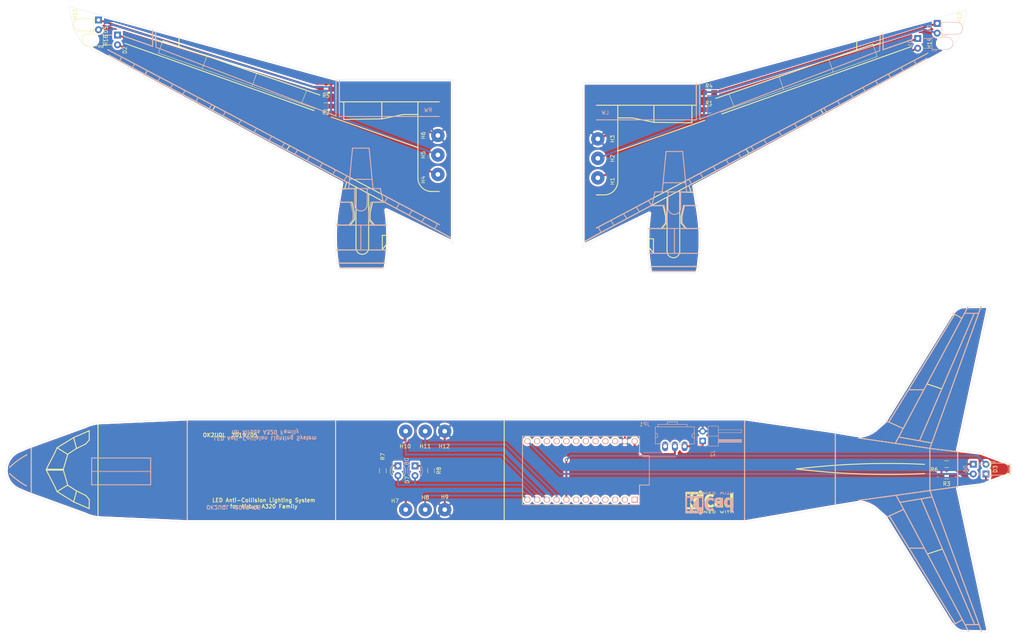
<source format=kicad_pcb>
(kicad_pcb (version 20171130) (host pcbnew "(5.1.0)-1")
  (title_block (title "LED Anti-Collision Lighting System Simulation") (date 2019-05-22) (rev 1) (company OK2UQL))
  (layers (0 F.Cu signal) (31 B.Cu signal) (34 B.Paste user hide) (35 F.Paste user hide) (36 B.SilkS user) (37 F.SilkS user) (38 B.Mask user) (39 F.Mask user) (44 Edge.Cuts user))
  (net 0 "")
  (net 1 "Net-(D1-Pad2)")
  (net 2 "Net-(D1-Pad1)")
  (net 3 "Net-(D2-Pad1)")
  (net 4 "Net-(D3-Pad2)")
  (net 5 "Net-(D3-Pad1)")
  (net 6 "Net-(D4-Pad1)")
  (net 7 "Net-(D4-Pad2)")
  (net 8 "Net-(D5-Pad2)")
  (net 9 "Net-(D5-Pad1)")
  (net 10 "Net-(D6-Pad1)")
  (net 11 "Net-(D6-Pad2)")
  (net 12 "Net-(D7-Pad2)")
  (net 13 "Net-(D7-Pad1)")
  (net 14 "Net-(D8-Pad1)")
  (net 15 GND)
  (net 16 "Net-(U1-Pad1)")
  (net 17 "Net-(U1-Pad2)")
  (net 18 "Net-(U1-Pad3)")
  (net 19 "Net-(U1-Pad4)")
  (net 20 "Net-(U1-Pad5)")
  (net 21 "Net-(U1-Pad6)")
  (net 22 "Net-(U1-Pad7)")
  (net 23 "Net-(U1-Pad14)")
  (net 24 "Net-(U1-Pad15)")
  (net 25 "Net-(U1-Pad16)")
  (net 26 "Net-(U1-Pad17)")
  (net 27 "Net-(U1-Pad18)")
  (net 28 "Net-(U1-Pad19)")
  (net 29 "Net-(U1-Pad20)")
  (net 30 "Net-(U1-Pad21)")
  (net 31 "Net-(U1-Pad22)")
  (net 32 +5V)
  (net 33 "Net-(D2-Pad2)")
  (net 34 "Net-(H3-Pad1)")
  (net 35 "Net-(H6-Pad1)")
  (net 36 "Net-(H10-Pad1)")
  (net 37 "Net-(H8-Pad1)")
  (net 38 "Net-(H11-Pad1)")
  (net 39 "Net-(JP1-Pad2)")
  (module Mounting_Holes:MountingHole_2.5mm (layer F.Cu) (at 298.577 35.433 270)
    (fp_text reference H13 (at -2.667 -2.159 270) (layer F.SilkS))
    (fp_text value MountingHole)
    (pad 1 np_thru_hole circle (at 0 0 270) (size 2.5 2.5) (drill 2.5) (layers *.Cu *.Mask))
  )
  (module LEDs:LED_D3.0mm_Horizontal_O1.27mm_Z2.0mm (layer B.Cu) (at 294.894 34.163 270)
    (fp_text reference D4 (at 1.27 1.96 270) (layer B.SilkS) (effects (justify mirror)))
    (fp_text value POS-RED)
    (pad 1 thru_hole rect (at 0 0 270) (size 1.8 1.8) (drill 0.9) (layers *.Cu *.Mask) (net 6 "Net-(D4-Pad1)"))
    (pad 2 thru_hole circle (at 2.54 0 270) (size 1.8 1.8) (drill 0.9) (layers *.Cu *.Mask) (net 7 "Net-(D4-Pad2)"))
  )
  (module Resistors_SMD:R_0805_HandSoldering (layer F.Cu) (at 235.458 56.642)
    (fp_text reference R1 (at 0 -1.7) (layer F.SilkS))
    (fp_text value 220)
    (pad 1 smd rect (at -1.35 0) (size 1.5 1.3) (layers F.Cu F.Paste F.Mask) (net 34 "Net-(H3-Pad1)"))
    (pad 2 smd rect (at 1.35 0) (size 1.5 1.3) (layers F.Cu F.Paste F.Mask) (net 2 "Net-(D1-Pad1)"))
  )
  (module Resistors_SMD:R_0805_HandSoldering (layer F.Cu) (at 235.458 52.197)
    (fp_text reference R4 (at 0 -1.7) (layer F.SilkS))
    (fp_text value 220)
    (pad 2 smd rect (at 1.35 0) (size 1.5 1.3) (layers F.Cu F.Paste F.Mask) (net 6 "Net-(D4-Pad1)"))
    (pad 1 smd rect (at -1.35 0) (size 1.5 1.3) (layers F.Cu F.Paste F.Mask) (net 34 "Net-(H3-Pad1)"))
  )
  (module Wire_Pads:SolderWirePad_single_1-2mmDrill (layer F.Cu) (at 206.502 74.422 270)
    (fp_text reference H1 (at 0.889 -3.81 270) (layer F.SilkS))
    (fp_text value StrobeWL-in)
    (pad 1 thru_hole circle (at 0 0 270) (size 3.50012 3.50012) (drill 1.19888) (layers *.Cu *.Mask) (net 1 "Net-(D1-Pad2)"))
  )
  (module Wire_Pads:SolderWirePad_single_1-2mmDrill (layer F.Cu) (at 206.502 69.342 270)
    (fp_text reference H2 (at 0 -3.81 270) (layer F.SilkS))
    (fp_text value Pos-Red-in)
    (pad 1 thru_hole circle (at 0 0 270) (size 3.50012 3.50012) (drill 1.19888) (layers *.Cu *.Mask) (net 7 "Net-(D4-Pad2)"))
  )
  (module Wire_Pads:SolderWirePad_single_1-2mmDrill (layer F.Cu) (at 206.502 64.262 270)
    (fp_text reference H3 (at 0 -3.81 270) (layer F.SilkS))
    (fp_text value L-GND-in)
    (pad 1 thru_hole circle (at 0 0 270) (size 3.50012 3.50012) (drill 1.19888) (layers *.Cu *.Mask) (net 34 "Net-(H3-Pad1)"))
  )
  (module LEDs:LED_D3.0mm_Horizontal_O3.81mm_Z2.0mm (layer B.Cu) (at 289.814 38.1 270)
    (fp_text reference D1 (at 1.27 1.96 270) (layer B.SilkS) (effects (justify mirror)))
    (fp_text value STROBEW1)
    (pad 2 thru_hole circle (at 2.54 0 270) (size 1.8 1.8) (drill 0.9) (layers *.Cu *.Mask) (net 1 "Net-(D1-Pad2)"))
    (pad 1 thru_hole rect (at 0 0 270) (size 1.8 1.8) (drill 0.9) (layers *.Cu *.Mask) (net 2 "Net-(D1-Pad1)"))
  )
  (module LEDs:LED_D3.0mm_Horizontal_O3.81mm_Z2.0mm (layer F.Cu) (at 81.407 37.211 270)
    (fp_text reference D2 (at 3.937 -1.905 270) (layer F.SilkS))
    (fp_text value STROBEW2)
    (pad 1 thru_hole rect (at 0 0 270) (size 1.8 1.8) (drill 0.9) (layers *.Cu *.Mask) (net 3 "Net-(D2-Pad1)"))
    (pad 2 thru_hole circle (at 2.54 0 270) (size 1.8 1.8) (drill 0.9) (layers *.Cu *.Mask) (net 33 "Net-(D2-Pad2)"))
  )
  (module LEDs:LED_D3.0mm_Horizontal_O1.27mm_Z2.0mm (layer F.Cu) (at 76.454 33.274 270)
    (fp_text reference D5 (at 2.54 -1.905 270) (layer F.SilkS))
    (fp_text value POS-GREEN)
    (pad 2 thru_hole circle (at 2.54 0 270) (size 1.8 1.8) (drill 0.9) (layers *.Cu *.Mask) (net 8 "Net-(D5-Pad2)"))
    (pad 1 thru_hole rect (at 0 0 270) (size 1.8 1.8) (drill 0.9) (layers *.Cu *.Mask) (net 9 "Net-(D5-Pad1)"))
  )
  (module Resistors_SMD:R_0805_HandSoldering (layer F.Cu) (at 135.716 55.753 180)
    (fp_text reference R2 (at 0 -1.7 180) (layer F.SilkS))
    (fp_text value 220)
    (pad 2 smd rect (at 1.35 0 180) (size 1.5 1.3) (layers F.Cu F.Paste F.Mask) (net 3 "Net-(D2-Pad1)"))
    (pad 1 smd rect (at -1.35 0 180) (size 1.5 1.3) (layers F.Cu F.Paste F.Mask) (net 35 "Net-(H6-Pad1)"))
  )
  (module Resistors_SMD:R_0805_HandSoldering (layer F.Cu) (at 135.716 51.308 180)
    (fp_text reference R5 (at 0 -1.7 180) (layer F.SilkS))
    (fp_text value 220)
    (pad 2 smd rect (at 1.35 0 180) (size 1.5 1.3) (layers F.Cu F.Paste F.Mask) (net 9 "Net-(D5-Pad1)"))
    (pad 1 smd rect (at -1.35 0 180) (size 1.5 1.3) (layers F.Cu F.Paste F.Mask) (net 35 "Net-(H6-Pad1)"))
  )
  (module Wire_Pads:SolderWirePad_single_1-2mmDrill (layer F.Cu) (at 164.846 73.533 90)
    (fp_text reference H4 (at -1.397 -3.81 90) (layer F.SilkS))
    (fp_text value StrobeWR-in)
    (pad 1 thru_hole circle (at 0 0 90) (size 3.50012 3.50012) (drill 1.19888) (layers *.Cu *.Mask) (net 33 "Net-(D2-Pad2)"))
  )
  (module Wire_Pads:SolderWirePad_single_1-2mmDrill (layer F.Cu) (at 164.846 68.453 90)
    (fp_text reference H5 (at 0 -3.81 90) (layer F.SilkS))
    (fp_text value Pos-GREEN-in)
    (pad 1 thru_hole circle (at 0 0 90) (size 3.50012 3.50012) (drill 1.19888) (layers *.Cu *.Mask) (net 8 "Net-(D5-Pad2)"))
  )
  (module Wire_Pads:SolderWirePad_single_1-2mmDrill (layer F.Cu) (at 164.846 63.373 90)
    (fp_text reference H6 (at 0 -3.81 90) (layer F.SilkS))
    (fp_text value R-GND-in)
    (pad 1 thru_hole circle (at 0 0 90) (size 3.50012 3.50012) (drill 1.19888) (layers *.Cu *.Mask) (net 35 "Net-(H6-Pad1)"))
  )
  (module Mounting_Holes:MountingHole_2.5mm (layer F.Cu) (at 72.644 34.544)
    (fp_text reference H15 (at -2.286 -2.794 90) (layer F.SilkS))
    (fp_text value MountingHole)
    (pad 1 np_thru_hole circle (at 0 0) (size 2.5 2.5) (drill 2.5) (layers *.Cu *.Mask))
  )
  (module Mounting_Holes:MountingHole_2.5mm (layer F.Cu) (at 74.93 38.481)
    (fp_text reference H16 (at 3.429 0.127 90) (layer F.SilkS))
    (fp_text value MountingHole)
    (pad 1 np_thru_hole circle (at 0 0) (size 2.5 2.5) (drill 2.5) (layers *.Cu *.Mask))
  )
  (module Mounting_Holes:MountingHole_2.5mm (layer F.Cu) (at 296.291 39.37 270)
    (fp_text reference H14 (at 0 3.429 90) (layer F.SilkS))
    (fp_text value MountingHole)
    (pad 1 np_thru_hole circle (at 0 0 270) (size 2.5 2.5) (drill 2.5) (layers *.Cu *.Mask))
  )
  (module promicro:ON-OFF-SWITH (layer B.Cu) (at 226.568 141.859 180)
    (fp_text reference JP1 (at 7.874 3.175 180) (layer B.SilkS) (effects (justify mirror)))
    (fp_text value Jumper)
    (pad 3 thru_hole oval (at 2.54 -2.54 180) (size 1.524 2.524) (drill 1) (layers *.Cu *.Mask))
    (pad 2 thru_hole oval (at 0 -2.54 180) (size 1.524 2.524) (drill 1) (layers *.Cu *.Mask) (net 39 "Net-(JP1-Pad2)"))
    (pad 1 thru_hole oval (at -2.54 -2.54 180) (size 1.524 2.524) (drill 1) (layers *.Cu *.Mask) (net 32 +5V))
  )
  (module Symbols:KiCad-Logo2_6mm_SilkScreen (layer B.Cu) (at 235.585 159.258)
    (fp_text reference REF*** hide)
    (fp_text value KiCad-Logo2_6mm_SilkScreen hide)
  )
  (module Symbols:KiCad-Logo2_6mm_SilkScreen (layer F.Cu) (at 235.585 158.877)
    (fp_text reference REF*** hide)
    (fp_text value KiCad-Logo2_6mm_SilkScreen hide)
  )
  (module LEDs:LED_D3.0mm_Horizontal_O3.81mm_Z2.0mm (layer B.Cu) (at 304.284 149.069 270)
    (fp_text reference D6 (at 1.27 1.96 270) (layer B.SilkS) (effects (justify mirror)))
    (fp_text value POSTail)
    (pad 2 thru_hole circle (at 2.54 0 270) (size 1.8 1.8) (drill 0.9) (layers *.Cu *.Mask) (net 11 "Net-(D6-Pad2)"))
    (pad 1 thru_hole rect (at 0 0 270) (size 1.8 1.8) (drill 0.9) (layers *.Cu *.Mask) (net 10 "Net-(D6-Pad1)"))
  )
  (module LEDs:LED_D3.0mm_Horizontal_O1.27mm_Z2.0mm (layer F.Cu) (at 307.594 151.609 90)
    (fp_text reference D3 (at 1.27 2.413 90) (layer F.SilkS))
    (fp_text value STROBETail)
    (pad 2 thru_hole circle (at 2.54 0 90) (size 1.8 1.8) (drill 0.9) (layers *.Cu *.Mask) (net 4 "Net-(D3-Pad2)"))
    (pad 1 thru_hole rect (at 0 0 90) (size 1.8 1.8) (drill 0.9) (layers *.Cu *.Mask) (net 5 "Net-(D3-Pad1)"))
  )
  (module LEDs:LED_D3.0mm_FlatTop (layer F.Cu) (at 154.446 149.502 270)
    (fp_text reference D7 (at 3.66 -2.399 270) (layer F.SilkS))
    (fp_text value ANTIC1)
    (pad 2 thru_hole circle (at 2.54 0 270) (size 1.8 1.8) (drill 0.9) (layers *.Cu *.Mask) (net 12 "Net-(D7-Pad2)"))
    (pad 1 thru_hole rect (at 0 0 270) (size 1.8 1.8) (drill 0.9) (layers *.Cu *.Mask) (net 13 "Net-(D7-Pad1)"))
  )
  (module LEDs:LED_D3.0mm_FlatTop (layer B.Cu) (at 158.891 149.502 270)
    (fp_text reference D8 (at -1.166 2.173 270) (layer B.SilkS) (effects (justify mirror)))
    (fp_text value ANTIC2)
    (pad 1 thru_hole rect (at 0 0 270) (size 1.8 1.8) (drill 0.9) (layers *.Cu *.Mask) (net 14 "Net-(D8-Pad1)"))
    (pad 2 thru_hole circle (at 2.54 0 270) (size 1.8 1.8) (drill 0.9) (layers *.Cu *.Mask) (net 12 "Net-(D7-Pad2)"))
  )
  (module Pin_Headers:Pin_Header_Angled_1x02_Pitch2.54mm (layer B.Cu) (at 233.807 143.002)
    (fp_text reference J2 (at 2.667 3.302 270) (layer B.SilkS) (effects (justify mirror)))
    (fp_text value Conn_01x02)
    (pad 2 thru_hole oval (at 0 -2.54) (size 1.7 1.7) (drill 1) (layers *.Cu *.Mask) (net 15 GND))
    (pad 1 thru_hole rect (at 0 0) (size 1.7 1.7) (drill 1) (layers *.Cu *.Mask) (net 32 +5V))
  )
  (module Resistors_SMD:R_0805_HandSoldering (layer F.Cu) (at 297.354 152.019)
    (fp_text reference R3 (at 0 2.159) (layer F.SilkS))
    (fp_text value 220)
    (pad 1 smd rect (at -1.35 0) (size 1.5 1.3) (layers F.Cu F.Paste F.Mask) (net 15 GND))
    (pad 2 smd rect (at 1.35 0) (size 1.5 1.3) (layers F.Cu F.Paste F.Mask) (net 5 "Net-(D3-Pad1)"))
  )
  (module Resistors_SMD:R_0805_HandSoldering (layer F.Cu) (at 297.354 149.049)
    (fp_text reference R6 (at -3.222 1.446) (layer F.SilkS))
    (fp_text value 220)
    (pad 1 smd rect (at -1.35 0) (size 1.5 1.3) (layers F.Cu F.Paste F.Mask) (net 15 GND))
    (pad 2 smd rect (at 1.35 0) (size 1.5 1.3) (layers F.Cu F.Paste F.Mask) (net 10 "Net-(D6-Pad1)"))
  )
  (module Resistors_SMD:R_0805_HandSoldering (layer F.Cu) (at 150.495 150.749 90)
    (fp_text reference R7 (at 3.683 0 90) (layer F.SilkS))
    (fp_text value 220)
    (pad 2 smd rect (at 1.35 0 90) (size 1.5 1.3) (layers F.Cu F.Paste F.Mask) (net 13 "Net-(D7-Pad1)"))
    (pad 1 smd rect (at -1.35 0 90) (size 1.5 1.3) (layers F.Cu F.Paste F.Mask) (net 15 GND))
  )
  (module Resistors_SMD:R_0805_HandSoldering (layer F.Cu) (at 163.068 150.749 90)
    (fp_text reference R8 (at 0 2.032 90) (layer F.SilkS))
    (fp_text value 220)
    (pad 1 smd rect (at -1.35 0 90) (size 1.5 1.3) (layers F.Cu F.Paste F.Mask) (net 15 GND))
    (pad 2 smd rect (at 1.35 0 90) (size 1.5 1.3) (layers F.Cu F.Paste F.Mask) (net 14 "Net-(D8-Pad1)"))
  )
  (module promicro:ProMicro (layer B.Cu) (at 202.1205 150.6855 180)
    (fp_text reference U1 hide)
    (fp_text value ProMicro)
    (pad 1 thru_hole rect (at -13.97 -7.62 180) (size 1.6 1.6) (drill 1.1) (layers *.Cu *.Mask B.SilkS) (net 16 "Net-(U1-Pad1)"))
    (pad 2 thru_hole circle (at -11.43 -7.62 180) (size 1.6 1.6) (drill 1.1) (layers *.Cu *.Mask B.SilkS) (net 17 "Net-(U1-Pad2)"))
    (pad 3 thru_hole circle (at -8.89 -7.62 180) (size 1.6 1.6) (drill 1.1) (layers *.Cu *.Mask B.SilkS) (net 18 "Net-(U1-Pad3)"))
    (pad 4 thru_hole circle (at -6.35 -7.62 180) (size 1.6 1.6) (drill 1.1) (layers *.Cu *.Mask B.SilkS) (net 19 "Net-(U1-Pad4)"))
    (pad 5 thru_hole circle (at -3.81 -7.62 180) (size 1.6 1.6) (drill 1.1) (layers *.Cu *.Mask B.SilkS) (net 20 "Net-(U1-Pad5)"))
    (pad 6 thru_hole circle (at -1.27 -7.62 180) (size 1.6 1.6) (drill 1.1) (layers *.Cu *.Mask B.SilkS) (net 21 "Net-(U1-Pad6)"))
    (pad 7 thru_hole circle (at 1.27 -7.62 180) (size 1.6 1.6) (drill 1.1) (layers *.Cu *.Mask B.SilkS) (net 22 "Net-(U1-Pad7)"))
    (pad 8 thru_hole circle (at 3.81 -7.62 180) (size 1.6 1.6) (drill 1.1) (layers *.Cu *.Mask B.SilkS) (net 4 "Net-(D3-Pad2)"))
    (pad 9 thru_hole circle (at 6.35 -7.62 180) (size 1.6 1.6) (drill 1.1) (layers *.Cu *.Mask B.SilkS) (net 38 "Net-(H11-Pad1)"))
    (pad 10 thru_hole circle (at 8.89 -7.62 180) (size 1.6 1.6) (drill 1.1) (layers *.Cu *.Mask B.SilkS) (net 36 "Net-(H10-Pad1)"))
    (pad 11 thru_hole circle (at 11.43 -7.62 180) (size 1.6 1.6) (drill 1.1) (layers *.Cu *.Mask B.SilkS) (net 12 "Net-(D7-Pad2)"))
    (pad 12 thru_hole circle (at 13.97 -7.62 180) (size 1.6 1.6) (drill 1.1) (layers *.Cu *.Mask B.SilkS) (net 37 "Net-(H8-Pad1)"))
    (pad 13 thru_hole circle (at 13.97 7.62 180) (size 1.6 1.6) (drill 1.1) (layers *.Cu *.Mask B.SilkS) (net 11 "Net-(D6-Pad2)"))
    (pad 14 thru_hole circle (at 11.43 7.62 180) (size 1.6 1.6) (drill 1.1) (layers *.Cu *.Mask B.SilkS) (net 23 "Net-(U1-Pad14)"))
    (pad 15 thru_hole circle (at 8.89 7.62 180) (size 1.6 1.6) (drill 1.1) (layers *.Cu *.Mask B.SilkS) (net 24 "Net-(U1-Pad15)"))
    (pad 16 thru_hole circle (at 6.35 7.62 180) (size 1.6 1.6) (drill 1.1) (layers *.Cu *.Mask B.SilkS) (net 25 "Net-(U1-Pad16)"))
    (pad 17 thru_hole circle (at 3.81 7.62 180) (size 1.6 1.6) (drill 1.1) (layers *.Cu *.Mask B.SilkS) (net 26 "Net-(U1-Pad17)"))
    (pad 18 thru_hole circle (at 1.27 7.62 180) (size 1.6 1.6) (drill 1.1) (layers *.Cu *.Mask B.SilkS) (net 27 "Net-(U1-Pad18)"))
    (pad 19 thru_hole circle (at -1.27 7.62 180) (size 1.6 1.6) (drill 1.1) (layers *.Cu *.Mask B.SilkS) (net 28 "Net-(U1-Pad19)"))
    (pad 20 thru_hole circle (at -3.81 7.62 180) (size 1.6 1.6) (drill 1.1) (layers *.Cu *.Mask B.SilkS) (net 29 "Net-(U1-Pad20)"))
    (pad 21 thru_hole circle (at -6.35 7.62 180) (size 1.6 1.6) (drill 1.1) (layers *.Cu *.Mask B.SilkS) (net 30 "Net-(U1-Pad21)"))
    (pad 22 thru_hole circle (at -8.89 7.62 180) (size 1.6 1.6) (drill 1.1) (layers *.Cu *.Mask B.SilkS) (net 31 "Net-(U1-Pad22)"))
    (pad 23 thru_hole circle (at -11.43 7.62 180) (size 1.6 1.6) (drill 1.1) (layers *.Cu *.Mask B.SilkS) (net 15 GND))
    (pad 24 thru_hole circle (at -13.97 7.62 180) (size 1.6 1.6) (drill 1.1) (layers *.Cu *.Mask B.SilkS) (net 39 "Net-(JP1-Pad2)"))
  )
  (module Wire_Pads:SolderWirePad_single_1-2mmDrill (layer F.Cu) (at 156.464 160.909)
    (fp_text reference H7 (at -2.794 -2.286) (layer F.SilkS))
    (fp_text value StrobeWL-out)
    (pad 1 thru_hole circle (at 0 0) (size 3.50012 3.50012) (drill 1.19888) (layers *.Cu *.Mask) (net 36 "Net-(H10-Pad1)"))
  )
  (module Wire_Pads:SolderWirePad_single_1-2mmDrill (layer F.Cu) (at 161.544 160.909)
    (fp_text reference H8 (at 0 -3.175) (layer F.SilkS))
    (fp_text value Pos-Red-out)
    (pad 1 thru_hole circle (at 0 0) (size 3.50012 3.50012) (drill 1.19888) (layers *.Cu *.Mask) (net 37 "Net-(H8-Pad1)"))
  )
  (module Wire_Pads:SolderWirePad_single_1-2mmDrill (layer F.Cu) (at 166.624 160.909)
    (fp_text reference H9 (at 0 -3.302) (layer F.SilkS))
    (fp_text value L-GND-out)
    (pad 1 thru_hole circle (at 0 0) (size 3.50012 3.50012) (drill 1.19888) (layers *.Cu *.Mask) (net 15 GND))
  )
  (module Wire_Pads:SolderWirePad_single_1-2mmDrill (layer F.Cu) (at 156.464 140.462)
    (fp_text reference H10 (at -0.127 3.937) (layer F.SilkS))
    (fp_text value StrobeWR-out)
    (pad 1 thru_hole circle (at 0 0) (size 3.50012 3.50012) (drill 1.19888) (layers *.Cu *.Mask) (net 36 "Net-(H10-Pad1)"))
  )
  (module Wire_Pads:SolderWirePad_single_1-2mmDrill (layer F.Cu) (at 161.544 140.462)
    (fp_text reference H11 (at 0 3.937) (layer F.SilkS))
    (fp_text value Pos-GREEN-out)
    (pad 1 thru_hole circle (at 0 0) (size 3.50012 3.50012) (drill 1.19888) (layers *.Cu *.Mask) (net 38 "Net-(H11-Pad1)"))
  )
  (module Wire_Pads:SolderWirePad_single_1-2mmDrill (layer F.Cu) (at 166.624 140.462)
    (fp_text reference H12 (at -0.127 3.937) (layer F.SilkS))
    (fp_text value R-GND-out)
    (pad 1 thru_hole circle (at 0 0) (size 3.50012 3.50012) (drill 1.19888) (layers *.Cu *.Mask) (net 15 GND))
  )
  (gr_line (start 146.812 78.613) (end 146.812 92.71) (layer F.SilkS) (width 0.25))
  (gr_line (start 138.811 96.647) (end 151.13 96.647) (layer F.SilkS) (width 0.25))
  (gr_line (start 150.622 97.917) (end 139.319 97.917) (layer F.SilkS) (width 0.25))
  (gr_line (start 140.589 77.216) (end 141.097 75.565) (layer F.SilkS) (width 0.25))
  (gr_line (start 139.7 77.343) (end 143.51 77.216) (layer F.SilkS) (width 0.25))
  (gr_line (start 143.51 86.741) (end 138.43 86.741) (layer F.SilkS) (width 0.25))
  (gr_line (start 151.511 86.741) (end 146.812 86.741) (layer F.SilkS) (width 0.25))
  (gr_line (start 82.423 43.053) (end 82.042 43.815) (layer B.SilkS) (width 0.25))
  (gr_line (start 85.852 44.704) (end 85.344 45.593) (layer B.SilkS) (width 0.25))
  (gr_line (start 141.097 74.041) (end 140.462 75.057) (layer B.SilkS) (width 0.25))
  (gr_line (start 164.719 86.36) (end 164.084 87.63) (layer B.SilkS) (width 0.25))
  (gr_line (start 161.417 84.709) (end 160.655 85.852) (layer B.SilkS) (width 0.25))
  (gr_line (start 158.115 82.931) (end 157.353 84.074) (layer B.SilkS) (width 0.25))
  (gr_line (start 138.176 72.39) (end 137.541 73.406) (layer B.SilkS) (width 0.25))
  (gr_line (start 134.747 70.612) (end 134.112 71.628) (layer B.SilkS) (width 0.25))
  (gr_line (start 131.445 68.834) (end 130.81 69.85) (layer B.SilkS) (width 0.25))
  (gr_line (start 128.27 67.183) (end 127.635 68.199) (layer B.SilkS) (width 0.25))
  (gr_line (start 124.841 65.405) (end 124.206 66.421) (layer B.SilkS) (width 0.25))
  (gr_line (start 121.539 63.627) (end 120.904 64.643) (layer B.SilkS) (width 0.25))
  (gr_line (start 117.602 61.595) (end 116.967 62.611) (layer B.SilkS) (width 0.25))
  (gr_line (start 113.538 59.436) (end 113.03 60.325) (layer B.SilkS) (width 0.25))
  (gr_line (start 109.474 57.277) (end 108.966 58.166) (layer B.SilkS) (width 0.25))
  (gr_line (start 102.362 53.5305) (end 101.854 54.4195) (layer B.SilkS) (width 0.25))
  (gr_line (start 98.933 51.7525) (end 98.425 52.6415) (layer B.SilkS) (width 0.25))
  (gr_line (start 95.758 50.038) (end 95.25 50.927) (layer B.SilkS) (width 0.25))
  (gr_line (start 92.456 48.26) (end 91.948 49.149) (layer B.SilkS) (width 0.25))
  (gr_line (start 138.303 54.229) (end 138.303 58.293) (layer B.SilkS) (width 0.25))
  (gr_line (start 91.313 36.322) (end 91.44 40.386) (layer B.SilkS) (width 0.25))
  (gr_line (start 105.918 55.372) (end 105.283 56.388) (layer B.SilkS) (width 0.25))
  (gr_line (start 90.551 40.132) (end 82.931 37.465) (layer B.SilkS) (width 0.25))
  (gr_line (start 165.227 88.392) (end 168.148 90.043) (layer B.SilkS) (width 0.25))
  (gr_line (start 89.154 46.482) (end 88.646 47.371) (layer B.SilkS) (width 0.25))
  (gr_line (start 139.192 58.42) (end 165.227 58.42) (layer B.SilkS) (width 0.25))
  (gr_line (start 139.192 49.022) (end 139.192 58.42) (layer B.SilkS) (width 0.25))
  (gr_line (start 138.303 58.293) (end 91.44 40.386) (layer B.SilkS) (width 0.25))
  (gr_line (start 90.551 35.941) (end 90.551 40.132) (layer B.SilkS) (width 0.25))
  (gr_line (start 138.303 49.022) (end 138.303 54.229) (layer B.SilkS) (width 0.25))
  (gr_line (start 97.409 40.132) (end 97.409 37.846) (layer F.SilkS) (width 0.25))
  (gr_line (start 93.091 38.989) (end 93.218 38.735) (layer F.SilkS) (width 0.25))
  (gr_line (start 93.091 38.989) (end 92.964 39.37) (layer F.SilkS) (width 0.12))
  (gr_line (start 91.313 38.354) (end 93.091 38.989) (layer F.SilkS) (width 0.25))
  (gr_line (start 106.807 55.753) (end 106.172 56.769) (layer F.SilkS) (width 0.25))
  (gr_line (start 126.238 66.04) (end 125.476 67.183) (layer F.SilkS) (width 0.25))
  (gr_line (start 89.154 46.482) (end 88.646 47.371) (layer F.SilkS) (width 0.25))
  (gr_line (start 138.303 49.022) (end 138.303 54.229) (layer F.SilkS) (width 0.25))
  (gr_line (start 91.313 36.322) (end 91.313 38.354) (layer F.SilkS) (width 0.25))
  (gr_line (start 130.683 51.689) (end 129.286 55.118) (layer F.SilkS) (width 0.12))
  (gr_line (start 117.602 47.244) (end 116.459 50.546) (layer F.SilkS) (width 0.12))
  (gr_line (start 104.648 42.799) (end 103.505 45.974) (layer F.SilkS) (width 0.12))
  (gr_line (start 92.075 41.91) (end 132.842 56.388) (layer F.SilkS) (width 0.12))
  (gr_line (start 90.551 35.941) (end 90.551 40.132) (layer F.SilkS) (width 0.25))
  (gr_line (start 90.551 40.132) (end 82.931 37.465) (layer F.SilkS) (width 0.25))
  (gr_line (start 93.218 38.735) (end 134.112 52.832) (layer F.SilkS) (width 0.25))
  (gr_line (start 92.075 41.91) (end 92.964 39.37) (layer F.SilkS) (width 0.12))
  (gr_line (start 165.227 88.392) (end 168.148 90.043) (layer F.SilkS) (width 0.25))
  (gr_line (start 79.121 42.418) (end 165.227 88.392) (layer F.SilkS) (width 0.25))
  (gr_line (start 132.588 56.896) (end 83.312 39.37) (layer F.SilkS) (width 0.25))
  (gr_line (start 159.639 66.548) (end 137.033 58.547) (layer F.SilkS) (width 0.25))
  (gr_line (start 78.867 41.021) (end 165.227 86.614) (layer F.SilkS) (width 0.25))
  (gr_line (start 155.829 57.912) (end 159.639 57.912) (layer F.SilkS) (width 0.25))
  (gr_line (start 150.241 59.055) (end 155.829 57.912) (layer F.SilkS) (width 0.25))
  (gr_line (start 150.241 59.055) (end 150.241 54.737) (layer F.SilkS) (width 0.25))
  (gr_line (start 140.335 59.182) (end 150.241 59.055) (layer F.SilkS) (width 0.25))
  (gr_line (start 140.335 54.61) (end 140.335 59.182) (layer F.SilkS) (width 0.25))
  (gr_line (start 163.195 77.978) (end 165.227 77.978) (layer F.SilkS) (width 0.25))
  (gr_arc (start 163.195 74.422) (end 159.639 74.422) (angle -90) (layer F.SilkS) (width 0.25))
  (gr_line (start 159.639 54.61) (end 159.639 74.422) (layer F.SilkS) (width 0.25))
  (gr_line (start 139.192 54.61) (end 165.227 54.61) (layer F.SilkS) (width 0.25))
  (gr_line (start 139.192 49.022) (end 139.192 54.61) (layer F.SilkS) (width 0.25))
  (gr_line (start 151.392571 82.807136) (end 168.161028 90.982963) (layer Edge.Cuts) (width 0.05))
  (gr_line (start 72.726001 39.757999) (end 139.726 75.758) (layer Edge.Cuts) (width 0.05))
  (gr_line (start 138.559428 82.807137) (end 139.726 75.758) (layer Edge.Cuts) (width 0.05))
  (gr_line (start 139.726 98.376033) (end 150.226 98.376033) (layer Edge.Cuts) (width 0.05))
  (gr_arc (start 150.226 97.258) (end 151.225999 97.757999) (angle 63.43494882) (layer Edge.Cuts) (width 0.05))
  (gr_arc (start 139.726 97.258) (end 138.726001 97.757999) (angle -63.43494882) (layer Edge.Cuts) (width 0.05))
  (gr_arc (start 185.725999 89.758001) (end 138.726 97.758) (angle 18.04314156) (layer Edge.Cuts) (width 0.05))
  (gr_arc (start 104.226 89.758) (end 151.225999 97.757999) (angle -18.04314156) (layer Edge.Cuts) (width 0.05))
  (gr_arc (start 167.226 92.258) (end 168.725999 91.758001) (angle -35.31121344) (layer Edge.Cuts) (width 0.05))
  (gr_line (start 168.726 48.758) (end 168.726 91.758) (layer Edge.Cuts) (width 0.05))
  (gr_line (start 168.726 48.758) (end 138.726 48.758) (layer Edge.Cuts) (width 0.05))
  (gr_line (start 138.726 48.758) (end 68.726 29.758) (layer Edge.Cuts) (width 0.05))
  (gr_arc (start 83.726 29.758) (end 72.726001 39.757999) (angle 21.11242919) (layer Edge.Cuts) (width 0.05))
  (gr_line (start 69.86238 35.124563) (end 68.726 29.758) (layer Edge.Cuts) (width 0.05))
  (gr_text LW (at 208.407 57.404) (layer B.SilkS) (effects (font (size 1 1)) (justify mirror)))
  (gr_text RW (at 162.306 56.769) (layer B.SilkS) (effects (font (size 1 1)) (justify mirror)))
  (gr_line (start 223.52 75.692) (end 229.362 75.692) (layer B.SilkS) (width 0.25))
  (gr_line (start 219.71 80.391) (end 220.472 81.534) (layer B.SilkS) (width 0.25))
  (gr_line (start 216.535 82.042) (end 217.297 83.185) (layer B.SilkS) (width 0.25))
  (gr_line (start 224.282 67.564) (end 223.266 78.105) (layer B.SilkS) (width 0.25))
  (gr_line (start 226.441 67.564) (end 224.282 67.564) (layer B.SilkS) (width 0.25))
  (gr_line (start 228.6 67.564) (end 229.616 78.105) (layer B.SilkS) (width 0.25))
  (gr_line (start 226.441 67.564) (end 228.6 67.564) (layer B.SilkS) (width 0.25))
  (gr_line (start 221.361 78.105) (end 220.599 81.661) (layer B.SilkS) (width 0.25))
  (gr_line (start 228.092 82.296) (end 228.092 78.105) (layer B.SilkS) (width 0.25))
  (gr_line (start 224.79 82.296) (end 224.79 78.105) (layer B.SilkS) (width 0.25))
  (gr_line (start 231.267 78.105) (end 221.361 78.105) (layer B.SilkS) (width 0.25))
  (gr_line (start 226.441 87.63) (end 226.441 94.107) (layer B.SilkS) (width 0.25))
  (gr_line (start 229.362 75.184) (end 292.481 41.91) (layer B.SilkS) (width 0.25))
  (gr_line (start 206.121 87.503) (end 220.98 79.629) (layer B.SilkS) (width 0.25))
  (gr_line (start 229.489 76.835) (end 292.227 43.307) (layer B.SilkS) (width 0.25))
  (gr_line (start 203.2 90.932) (end 220.599 81.534) (layer B.SilkS) (width 0.25))
  (gr_line (start 229.108 81.661) (end 228.473 84.455) (layer B.SilkS) (width 0.25))
  (gr_line (start 232.156 81.661) (end 229.108 81.661) (layer B.SilkS) (width 0.25))
  (gr_line (start 224.409 86.233) (end 223.266 87.63) (layer B.SilkS) (width 0.25))
  (gr_line (start 224.409 84.455) (end 224.409 86.233) (layer B.SilkS) (width 0.25))
  (gr_line (start 223.774 81.661) (end 224.409 84.455) (layer B.SilkS) (width 0.25))
  (gr_line (start 220.599 81.661) (end 223.774 81.661) (layer B.SilkS) (width 0.25))
  (gr_line (start 228.473 86.233) (end 229.616 87.63) (layer B.SilkS) (width 0.25))
  (gr_line (start 228.473 84.455) (end 228.473 86.233) (layer B.SilkS) (width 0.25))
  (gr_line (start 228.219 94.107) (end 219.837 94.107) (layer B.SilkS) (width 0.25))
  (gr_line (start 232.791 94.107) (end 228.092 94.107) (layer B.SilkS) (width 0.25))
  (gr_arc (start 226.441 82.296) (end 228.092 82.296) (angle 180) (layer B.SilkS) (width 0.25))
  (gr_line (start 220.218 97.536) (end 232.41 97.536) (layer B.SilkS) (width 0.25))
  (gr_line (start 231.902 98.806) (end 220.599 98.806) (layer B.SilkS) (width 0.25))
  (gr_line (start 229.743 87.63) (end 219.71 87.63) (layer B.SilkS) (width 0.25))
  (gr_line (start 232.918 87.63) (end 229.616 87.63) (layer B.SilkS) (width 0.25))
  (gr_line (start 220.98 90.297) (end 220.98 93.98) (layer F.SilkS) (width 0.25))
  (gr_line (start 219.837 90.297) (end 220.98 90.297) (layer F.SilkS) (width 0.25))
  (gr_line (start 219.837 92.583) (end 219.837 90.297) (layer F.SilkS) (width 0.25))
  (gr_line (start 220.98 93.98) (end 219.837 92.583) (layer F.SilkS) (width 0.25))
  (gr_line (start 224.155 86.233) (end 223.012 87.63) (layer F.SilkS) (width 0.25))
  (gr_line (start 224.155 84.455) (end 224.155 86.233) (layer F.SilkS) (width 0.25))
  (gr_line (start 223.52 81.661) (end 224.155 84.455) (layer F.SilkS) (width 0.25))
  (gr_line (start 220.345 81.661) (end 223.52 81.661) (layer F.SilkS) (width 0.25))
  (gr_line (start 228.219 86.233) (end 229.362 87.63) (layer F.SilkS) (width 0.25))
  (gr_line (start 228.219 84.455) (end 228.219 86.233) (layer F.SilkS) (width 0.25))
  (gr_line (start 228.854 81.661) (end 228.219 84.455) (layer F.SilkS) (width 0.25))
  (gr_line (start 232.029 81.661) (end 228.854 81.661) (layer F.SilkS) (width 0.25))
  (gr_line (start 230.759 78.105) (end 230.251 76.454) (layer F.SilkS) (width 0.25))
  (gr_line (start 231.521 78.232) (end 227.838 78.105) (layer F.SilkS) (width 0.25))
  (gr_line (start 227.838 87.63) (end 232.918 87.63) (layer F.SilkS) (width 0.25))
  (gr_line (start 219.71 87.63) (end 224.536 87.63) (layer F.SilkS) (width 0.25))
  (gr_line (start 227.838 94.107) (end 232.791 94.107) (layer F.SilkS) (width 0.25))
  (gr_line (start 219.837 94.107) (end 224.536 94.107) (layer F.SilkS) (width 0.25))
  (gr_arc (start 226.187 93.599) (end 224.536 93.599) (angle -180) (layer F.SilkS) (width 0.25))
  (gr_line (start 227.838 77.724) (end 227.838 93.599) (layer F.SilkS) (width 0.25))
  (gr_line (start 224.536 79.502) (end 224.536 93.599) (layer F.SilkS) (width 0.25))
  (gr_line (start 232.41 97.536) (end 220.218 97.536) (layer F.SilkS) (width 0.25))
  (gr_line (start 220.726 98.806) (end 232.029 98.806) (layer F.SilkS) (width 0.25))
  (gr_line (start 282.194 47.371) (end 282.702 48.26) (layer B.SilkS) (width 0.25))
  (gr_line (start 232.156 59.309) (end 206.121 59.309) (layer B.SilkS) (width 0.25))
  (gr_line (start 232.156 49.911) (end 232.156 59.309) (layer B.SilkS) (width 0.25))
  (gr_line (start 233.045 59.182) (end 279.908 41.275) (layer B.SilkS) (width 0.25))
  (gr_line (start 280.797 36.83) (end 280.797 41.021) (layer B.SilkS) (width 0.25))
  (gr_line (start 233.045 49.911) (end 233.045 55.118) (layer B.SilkS) (width 0.25))
  (gr_line (start 288.925 43.942) (end 289.306 44.704) (layer B.SilkS) (width 0.25))
  (gr_line (start 285.496 45.593) (end 286.004 46.482) (layer B.SilkS) (width 0.25))
  (gr_line (start 230.251 74.93) (end 230.886 75.946) (layer B.SilkS) (width 0.25))
  (gr_line (start 206.629 87.249) (end 207.264 88.519) (layer B.SilkS) (width 0.25))
  (gr_line (start 209.931 85.598) (end 210.693 86.741) (layer B.SilkS) (width 0.25))
  (gr_line (start 213.233 83.82) (end 213.995 84.963) (layer B.SilkS) (width 0.25))
  (gr_line (start 233.172 73.279) (end 233.807 74.295) (layer B.SilkS) (width 0.25))
  (gr_line (start 236.601 71.501) (end 237.236 72.517) (layer B.SilkS) (width 0.25))
  (gr_line (start 239.903 69.723) (end 240.538 70.739) (layer B.SilkS) (width 0.25))
  (gr_line (start 243.078 68.072) (end 243.713 69.088) (layer B.SilkS) (width 0.25))
  (gr_line (start 246.507 66.294) (end 247.142 67.31) (layer B.SilkS) (width 0.25))
  (gr_line (start 249.809 64.516) (end 250.444 65.532) (layer B.SilkS) (width 0.25))
  (gr_line (start 253.746 62.484) (end 254.381 63.5) (layer B.SilkS) (width 0.25))
  (gr_line (start 257.81 60.325) (end 258.318 61.214) (layer B.SilkS) (width 0.25))
  (gr_line (start 261.874 58.166) (end 262.382 59.055) (layer B.SilkS) (width 0.25))
  (gr_line (start 268.986 54.4195) (end 269.494 55.3085) (layer B.SilkS) (width 0.25))
  (gr_line (start 272.415 52.6415) (end 272.923 53.5305) (layer B.SilkS) (width 0.25))
  (gr_line (start 275.59 50.927) (end 276.098 51.816) (layer B.SilkS) (width 0.25))
  (gr_line (start 278.892 49.149) (end 279.4 50.038) (layer B.SilkS) (width 0.25))
  (gr_line (start 233.045 55.118) (end 233.045 59.182) (layer B.SilkS) (width 0.25))
  (gr_line (start 280.035 37.211) (end 279.908 41.275) (layer B.SilkS) (width 0.25))
  (gr_line (start 265.43 56.261) (end 266.065 57.277) (layer B.SilkS) (width 0.25))
  (gr_line (start 280.797 41.021) (end 288.417 38.354) (layer B.SilkS) (width 0.25))
  (gr_line (start 292.481 41.91) (end 206.121 87.503) (layer F.SilkS) (width 0.25))
  (gr_line (start 206.121 89.281) (end 203.2 90.932) (layer F.SilkS) (width 0.25))
  (gr_line (start 245.11 66.929) (end 245.872 68.072) (layer F.SilkS) (width 0.25))
  (gr_line (start 282.194 47.371) (end 282.702 48.26) (layer F.SilkS) (width 0.25))
  (gr_line (start 280.035 39.243) (end 278.257 39.878) (layer F.SilkS) (width 0.25))
  (gr_line (start 278.257 39.878) (end 278.384 40.259) (layer F.SilkS) (width 0.12))
  (gr_line (start 273.939 41.021) (end 273.939 38.735) (layer F.SilkS) (width 0.25))
  (gr_line (start 232.156 55.499) (end 206.121 55.499) (layer F.SilkS) (width 0.25))
  (gr_line (start 232.156 49.911) (end 232.156 55.499) (layer F.SilkS) (width 0.25))
  (gr_line (start 278.257 39.878) (end 278.13 39.624) (layer F.SilkS) (width 0.25))
  (gr_line (start 292.227 43.307) (end 206.121 89.281) (layer F.SilkS) (width 0.25))
  (gr_line (start 238.76 57.785) (end 288.036 40.259) (layer F.SilkS) (width 0.25))
  (gr_arc (start 208.153 75.311) (end 211.709 75.311) (angle 90) (layer F.SilkS) (width 0.25))
  (gr_line (start 211.709 55.499) (end 211.709 75.311) (layer F.SilkS) (width 0.25))
  (gr_line (start 280.797 36.83) (end 280.797 41.021) (layer F.SilkS) (width 0.25))
  (gr_line (start 278.13 39.624) (end 237.236 53.721) (layer F.SilkS) (width 0.25))
  (gr_line (start 279.273 42.799) (end 278.384 40.259) (layer F.SilkS) (width 0.12))
  (gr_line (start 231.013 60.071) (end 221.107 59.944) (layer F.SilkS) (width 0.25))
  (gr_line (start 231.013 55.499) (end 231.013 60.071) (layer F.SilkS) (width 0.25))
  (gr_line (start 208.153 78.867) (end 206.121 78.867) (layer F.SilkS) (width 0.25))
  (gr_line (start 215.519 58.801) (end 211.709 58.801) (layer F.SilkS) (width 0.25))
  (gr_line (start 233.045 49.911) (end 233.045 55.118) (layer F.SilkS) (width 0.25))
  (gr_line (start 221.107 59.944) (end 215.519 58.801) (layer F.SilkS) (width 0.25))
  (gr_line (start 221.107 59.944) (end 221.107 55.626) (layer F.SilkS) (width 0.25))
  (gr_line (start 280.035 37.211) (end 280.035 39.243) (layer F.SilkS) (width 0.25))
  (gr_line (start 240.665 52.578) (end 242.062 56.007) (layer F.SilkS) (width 0.12))
  (gr_line (start 253.746 48.133) (end 254.889 51.435) (layer F.SilkS) (width 0.12))
  (gr_line (start 264.541 56.642) (end 265.176 57.658) (layer F.SilkS) (width 0.25))
  (gr_line (start 280.797 41.021) (end 288.417 38.354) (layer F.SilkS) (width 0.25))
  (gr_line (start 266.7 43.688) (end 267.843 46.863) (layer F.SilkS) (width 0.12))
  (gr_line (start 279.273 42.799) (end 238.506 57.277) (layer F.SilkS) (width 0.12))
  (gr_line (start 211.709 67.437) (end 234.315 59.436) (layer F.SilkS) (width 0.25))
  (gr_line (start 219.909429 83.688136) (end 203.140972 91.863963) (layer Edge.Cuts) (width 0.05))
  (gr_line (start 298.575999 40.638999) (end 231.576 76.639) (layer Edge.Cuts) (width 0.05))
  (gr_arc (start 267.076 90.639) (end 220.076001 98.638999) (angle 18.04314156) (layer Edge.Cuts) (width 0.05))
  (gr_arc (start 185.576001 90.639001) (end 232.576 98.639) (angle -18.04314156) (layer Edge.Cuts) (width 0.05))
  (gr_arc (start 231.576 98.139) (end 232.575999 98.638999) (angle 63.43494882) (layer Edge.Cuts) (width 0.05))
  (gr_arc (start 221.076 98.139) (end 220.076001 98.638999) (angle -63.43494882) (layer Edge.Cuts) (width 0.05))
  (gr_line (start 231.576 99.257033) (end 221.076 99.257033) (layer Edge.Cuts) (width 0.05))
  (gr_line (start 232.742572 83.688137) (end 231.576 76.639) (layer Edge.Cuts) (width 0.05))
  (gr_arc (start 204.076 93.139) (end 202.576001 92.639001) (angle 35.31121344) (layer Edge.Cuts) (width 0.05))
  (gr_line (start 202.576 49.639) (end 202.576 92.639) (layer Edge.Cuts) (width 0.05))
  (gr_line (start 202.576 49.639) (end 232.576 49.639) (layer Edge.Cuts) (width 0.05))
  (gr_line (start 232.576 49.639) (end 302.576 30.639) (layer Edge.Cuts) (width 0.05))
  (gr_arc (start 287.576 30.639) (end 298.575999 40.638999) (angle -21.11242919) (layer Edge.Cuts) (width 0.05))
  (gr_line (start 301.43962 36.005563) (end 302.576 30.639) (layer Edge.Cuts) (width 0.05))
  (gr_line (start 151.765 79.502) (end 151.003 80.645) (layer B.SilkS) (width 0.25))
  (gr_line (start 154.813 81.153) (end 154.051 82.296) (layer B.SilkS) (width 0.25))
  (gr_line (start 165.227 86.614) (end 150.241 78.74) (layer B.SilkS) (width 0.25))
  (gr_line (start 78.867 41.021) (end 141.859 74.295) (layer B.SilkS) (width 0.25))
  (gr_line (start 150.749 80.645) (end 150.622 80.518) (layer B.SilkS) (width 0.25))
  (gr_line (start 141.478 75.692) (end 141.732 75.819) (layer B.SilkS) (width 0.25))
  (gr_line (start 150.495 80.518) (end 150.622 80.645) (layer B.SilkS) (width 0.12))
  (gr_line (start 165.227 88.392) (end 150.749 80.645) (layer B.SilkS) (width 0.25))
  (gr_line (start 79.121 42.418) (end 141.478 75.692) (layer B.SilkS) (width 0.25))
  (gr_line (start 146.939 66.675) (end 147.955 77.216) (layer B.SilkS) (width 0.25))
  (gr_line (start 144.78 66.675) (end 146.939 66.675) (layer B.SilkS) (width 0.25))
  (gr_line (start 142.621 66.675) (end 141.605 77.216) (layer B.SilkS) (width 0.25))
  (gr_line (start 144.78 66.675) (end 142.621 66.675) (layer B.SilkS) (width 0.25))
  (gr_line (start 149.86 77.216) (end 150.622 80.772) (layer B.SilkS) (width 0.25))
  (gr_line (start 143.129 81.407) (end 143.129 77.216) (layer B.SilkS) (width 0.25))
  (gr_line (start 146.431 81.407) (end 146.431 77.216) (layer B.SilkS) (width 0.25))
  (gr_line (start 139.827 77.216) (end 149.86 77.216) (layer B.SilkS) (width 0.25))
  (gr_line (start 144.78 86.741) (end 144.78 93.218) (layer B.SilkS) (width 0.25))
  (gr_line (start 139.319 97.917) (end 150.622 97.917) (layer B.SilkS) (width 0.25))
  (gr_line (start 141.478 86.741) (end 151.511 86.741) (layer B.SilkS) (width 0.25))
  (gr_line (start 138.43 86.741) (end 141.605 86.741) (layer B.SilkS) (width 0.25))
  (gr_line (start 151.003 96.647) (end 138.811 96.647) (layer B.SilkS) (width 0.25))
  (gr_arc (start 144.78 81.407) (end 143.129 81.407) (angle -180) (layer B.SilkS) (width 0.25))
  (gr_line (start 138.43 93.218) (end 143.129 93.218) (layer B.SilkS) (width 0.25))
  (gr_line (start 143.002 93.218) (end 151.384 93.218) (layer B.SilkS) (width 0.25))
  (gr_line (start 142.748 83.566) (end 142.748 85.344) (layer B.SilkS) (width 0.25))
  (gr_line (start 142.748 85.344) (end 141.605 86.741) (layer B.SilkS) (width 0.25))
  (gr_line (start 150.622 80.772) (end 147.447 80.772) (layer B.SilkS) (width 0.25))
  (gr_line (start 147.447 80.772) (end 146.812 83.566) (layer B.SilkS) (width 0.25))
  (gr_line (start 146.812 83.566) (end 146.812 85.344) (layer B.SilkS) (width 0.25))
  (gr_line (start 146.812 85.344) (end 147.955 86.741) (layer B.SilkS) (width 0.25))
  (gr_line (start 139.192 80.772) (end 142.113 80.772) (layer B.SilkS) (width 0.25))
  (gr_line (start 142.113 80.772) (end 142.748 83.566) (layer B.SilkS) (width 0.25))
  (gr_line (start 147.701 74.803) (end 141.859 74.803) (layer B.SilkS) (width 0.25))
  (gr_line (start 147.828 80.772) (end 147.193 83.566) (layer F.SilkS) (width 0.25))
  (gr_line (start 150.876 80.772) (end 147.828 80.772) (layer F.SilkS) (width 0.25))
  (gr_line (start 143.129 85.344) (end 141.986 86.741) (layer F.SilkS) (width 0.25))
  (gr_line (start 143.129 83.566) (end 143.129 85.344) (layer F.SilkS) (width 0.25))
  (gr_line (start 142.494 80.772) (end 143.129 83.566) (layer F.SilkS) (width 0.25))
  (gr_line (start 139.192 80.772) (end 142.494 80.772) (layer F.SilkS) (width 0.25))
  (gr_line (start 151.511 91.694) (end 151.511 89.408) (layer F.SilkS) (width 0.25))
  (gr_line (start 150.368 93.091) (end 151.511 91.694) (layer F.SilkS) (width 0.25))
  (gr_line (start 151.511 89.408) (end 150.368 89.408) (layer F.SilkS) (width 0.25))
  (gr_line (start 150.368 89.408) (end 150.368 93.091) (layer F.SilkS) (width 0.25))
  (gr_line (start 147.193 85.344) (end 148.336 86.741) (layer F.SilkS) (width 0.25))
  (gr_line (start 147.193 83.566) (end 147.193 85.344) (layer F.SilkS) (width 0.25))
  (gr_line (start 143.51 93.218) (end 138.43 93.218) (layer F.SilkS) (width 0.25))
  (gr_line (start 151.511 93.218) (end 146.812 93.218) (layer F.SilkS) (width 0.25))
  (gr_arc (start 145.161 92.71) (end 146.812 92.71) (angle 180) (layer F.SilkS) (width 0.25))
  (gr_line (start 143.51 76.835) (end 143.51 92.71) (layer F.SilkS) (width 0.25))
  (gr_text "OK2UQL  2019/05" (at 111.633 160.274 180) (layer B.SilkS) (effects (font (size 1 1) (thickness 0.2)) (justify mirror)))
  (gr_text "LED Anti-Collision Lighting System\nfor Airbus A320 Family" (at 119.888 141.478 180) (layer B.SilkS) (effects (font (size 1 1) (thickness 0.2)) (justify mirror)))
  (gr_text "LED Anti-Collision Lighting System\nfor Airbus A320 Family" (at 119.507 159.258) (layer F.SilkS) (effects (font (size 1 1) (thickness 0.2))))
  (gr_text "OK2UQL  2019/05" (at 110.744 141.478) (layer F.SilkS) (effects (font (size 1 1) (thickness 0.2))))
  (gr_line (start 90.043 151.003) (end 74.676 151.003) (layer B.SilkS) (width 0.12))
  (gr_line (start 74.676 151.003) (end 74.676 154.432) (layer B.SilkS) (width 0.25))
  (gr_line (start 90.043 154.432) (end 90.043 151.003) (layer B.SilkS) (width 0.25))
  (gr_line (start 74.676 154.432) (end 86.614 154.432) (layer B.SilkS) (width 0.25))
  (gr_line (start 86.614 154.432) (end 90.043 154.432) (layer B.SilkS) (width 0.25))
  (gr_line (start 74.676 147.447) (end 74.676 150.876) (layer B.SilkS) (width 0.25))
  (gr_line (start 90.043 147.447) (end 74.676 147.447) (layer B.SilkS) (width 0.25))
  (gr_line (start 90.043 150.876) (end 90.043 147.447) (layer B.SilkS) (width 0.25))
  (gr_line (start 86.614 150.876) (end 90.043 150.876) (layer B.SilkS) (width 0.12))
  (gr_line (start 74.676 150.876) (end 86.614 150.876) (layer B.SilkS) (width 0.12))
  (gr_line (start 99.568 137.795) (end 99.568 163.576) (layer B.SilkS) (width 0.25))
  (gr_line (start 58.928 144.907) (end 58.928 156.591) (layer B.SilkS) (width 0.25))
  (gr_arc (start 66.675 137.922) (end 53.340001 151.510999) (angle -16.2) (layer B.SilkS) (width 0.25))
  (gr_arc (start 66.674999 163.448999) (end 53.34 149.86) (angle 16.7) (layer B.SilkS) (width 0.25))
  (gr_line (start 244.729 137.795) (end 244.729 163.576) (layer B.SilkS) (width 0.25))
  (gr_line (start 313.817 149.098) (end 313.817 151.638) (layer B.SilkS) (width 0.25))
  (gr_line (start 292.989 144.907) (end 292.989 155.829) (layer B.SilkS) (width 0.25))
  (gr_line (start 300.228 145.796) (end 300.228 154.94) (layer B.SilkS) (width 0.25))
  (gr_line (start 293.624 145.034) (end 300.228 145.796) (layer B.SilkS) (width 0.25))
  (gr_line (start 274.447 158.496) (end 300.228 154.94) (layer B.SilkS) (width 0.25))
  (gr_line (start 274.447 142.24) (end 293.624 145.034) (layer B.SilkS) (width 0.25))
  (gr_line (start 268.351 141.224) (end 268.351 159.512) (layer B.SilkS) (width 0.25))
  (gr_line (start 299.212 190.881) (end 301.371 189.611) (layer B.SilkS) (width 0.25))
  (gr_line (start 304.673 190.881) (end 290.703 158.115) (layer B.SilkS) (width 0.25))
  (gr_line (start 302.133 190.881) (end 305.689 190.881) (layer B.SilkS) (width 0.25))
  (gr_line (start 306.451 192.659) (end 292.989 155.956) (layer B.SilkS) (width 0.25))
  (gr_line (start 303.022 192.532) (end 284.226 157.226) (layer B.SilkS) (width 0.25))
  (gr_line (start 285.242 159.004) (end 293.497 157.607) (layer B.SilkS) (width 0.25))
  (gr_line (start 287.655 170.942) (end 291.465 170.942) (layer B.SilkS) (width 0.25))
  (gr_line (start 282.448 162.56) (end 299.593 190.627) (layer B.SilkS) (width 0.25))
  (gr_line (start 281.813 162.814) (end 286.004 160.909) (layer B.SilkS) (width 0.25))
  (gr_line (start 299.085 109.728) (end 301.244 110.998) (layer B.SilkS) (width 0.25))
  (gr_line (start 304.546 109.728) (end 290.322 142.875) (layer B.SilkS) (width 0.25))
  (gr_line (start 302.006 109.728) (end 305.562 109.728) (layer B.SilkS) (width 0.25))
  (gr_line (start 306.324 107.95) (end 292.989 144.907) (layer B.SilkS) (width 0.25))
  (gr_line (start 302.895 108.077) (end 283.972 143.637) (layer B.SilkS) (width 0.25))
  (gr_line (start 284.861 141.986) (end 293.37 143.51) (layer B.SilkS) (width 0.25))
  (gr_line (start 287.528 129.667) (end 291.338 129.667) (layer B.SilkS) (width 0.25))
  (gr_line (start 282.321 138.049) (end 299.466 109.982) (layer B.SilkS) (width 0.25))
  (gr_line (start 281.686 137.795) (end 285.877 139.7) (layer B.SilkS) (width 0.25))
  (gr_arc (start 282.093416 348.423694) (end 258.217417 150.303695) (angle 9.6) (layer F.SilkS) (width 0.25))
  (gr_arc (start 282.093416 -47.816304) (end 258.217417 150.303695) (angle -9.6) (layer F.SilkS) (width 0.25))
  (gr_line (start 292.989 144.907) (end 292.989 155.829) (layer F.SilkS) (width 0.25))
  (gr_line (start 299.212 190.881) (end 301.371 189.611) (layer F.SilkS) (width 0.25))
  (gr_line (start 304.673 190.881) (end 290.703 158.115) (layer F.SilkS) (width 0.25))
  (gr_line (start 302.133 190.881) (end 305.689 190.881) (layer F.SilkS) (width 0.25))
  (gr_line (start 306.451 192.659) (end 292.989 155.956) (layer F.SilkS) (width 0.25))
  (gr_line (start 303.022 192.532) (end 284.226 157.226) (layer F.SilkS) (width 0.25))
  (gr_line (start 285.242 159.004) (end 293.497 157.607) (layer F.SilkS) (width 0.25))
  (gr_line (start 287.655 170.942) (end 291.465 170.942) (layer F.SilkS) (width 0.25))
  (gr_line (start 282.448 162.56) (end 299.593 190.627) (layer F.SilkS) (width 0.25))
  (gr_line (start 292.354 172.466) (end 296.164 171.196) (layer F.SilkS) (width 0.25))
  (gr_line (start 281.813 162.814) (end 286.004 160.909) (layer F.SilkS) (width 0.25))
  (gr_line (start 284.861 141.986) (end 293.37 143.51) (layer F.SilkS) (width 0.25))
  (gr_line (start 287.528 129.667) (end 291.338 129.667) (layer F.SilkS) (width 0.25))
  (gr_line (start 282.321 138.049) (end 299.466 109.982) (layer F.SilkS) (width 0.25))
  (gr_line (start 292.227 128.143) (end 296.037 129.413) (layer F.SilkS) (width 0.25))
  (gr_line (start 281.686 137.795) (end 285.877 139.7) (layer F.SilkS) (width 0.25))
  (gr_line (start 299.085 109.728) (end 301.244 110.998) (layer F.SilkS) (width 0.25))
  (gr_line (start 304.546 109.728) (end 290.322 142.875) (layer F.SilkS) (width 0.25))
  (gr_line (start 302.006 109.728) (end 305.562 109.728) (layer F.SilkS) (width 0.25))
  (gr_line (start 306.324 107.95) (end 292.989 144.907) (layer F.SilkS) (width 0.25))
  (gr_line (start 302.895 108.077) (end 283.972 143.637) (layer F.SilkS) (width 0.25))
  (gr_line (start 268.351 141.224) (end 268.351 159.512) (layer F.SilkS) (width 0.25))
  (gr_line (start 244.729 137.795) (end 244.729 163.576) (layer F.SilkS) (width 0.25))
  (gr_line (start 274.447 158.496) (end 300.228 154.94) (layer F.SilkS) (width 0.25))
  (gr_line (start 293.624 145.034) (end 300.228 145.796) (layer F.SilkS) (width 0.25))
  (gr_line (start 274.447 142.24) (end 293.624 145.034) (layer F.SilkS) (width 0.25))
  (gr_line (start 300.228 145.796) (end 300.228 154.94) (layer F.SilkS) (width 0.25))
  (gr_line (start 313.817 149.098) (end 313.817 151.638) (layer F.SilkS) (width 0.25))
  (gr_line (start 182.118 137.795) (end 182.118 163.576) (layer F.SilkS) (width 0.25))
  (gr_line (start 99.568 137.795) (end 99.568 163.576) (layer F.SilkS) (width 0.25))
  (gr_line (start 74.041 158.242) (end 73.152 157.226) (layer F.SilkS) (width 0.25))
  (gr_line (start 73.152 157.226) (end 70.612 155.956) (layer F.SilkS) (width 0.25))
  (gr_line (start 70.612 155.956) (end 68.453 154.559) (layer F.SilkS) (width 0.25))
  (gr_line (start 69.977 158.877) (end 70.739 156.083) (layer F.SilkS) (width 0.25))
  (gr_line (start 65.024 154.813) (end 65.659 156.21) (layer F.SilkS) (width 0.25))
  (gr_line (start 65.659 156.21) (end 69.977 158.877) (layer F.SilkS) (width 0.25))
  (gr_line (start 69.977 158.877) (end 74.041 160.655) (layer F.SilkS) (width 0.25))
  (gr_line (start 74.041 160.655) (end 74.041 158.242) (layer F.SilkS) (width 0.25))
  (gr_line (start 68.453 154.559) (end 67.31 150.622) (layer F.SilkS) (width 0.25))
  (gr_line (start 65.659 156.21) (end 68.326 154.559) (layer F.SilkS) (width 0.25))
  (gr_line (start 67.31 150.622) (end 62.865 150.622) (layer F.SilkS) (width 0.25))
  (gr_line (start 62.865 150.622) (end 65.024 154.813) (layer F.SilkS) (width 0.25))
  (gr_line (start 69.977 142.113) (end 70.739 144.907) (layer F.SilkS) (width 0.25))
  (gr_line (start 68.326 146.431) (end 68.453 146.558) (layer F.SilkS) (width 0.12))
  (gr_line (start 65.659 144.78) (end 68.326 146.431) (layer F.SilkS) (width 0.25))
  (gr_line (start 67.31 150.368) (end 62.865 150.368) (layer F.SilkS) (width 0.25))
  (gr_line (start 68.453 146.431) (end 67.31 150.368) (layer F.SilkS) (width 0.25))
  (gr_line (start 70.612 145.034) (end 68.453 146.431) (layer F.SilkS) (width 0.25))
  (gr_line (start 73.152 143.764) (end 70.612 145.034) (layer F.SilkS) (width 0.25))
  (gr_line (start 74.041 142.748) (end 73.152 143.764) (layer F.SilkS) (width 0.25))
  (gr_line (start 74.041 140.335) (end 74.041 142.748) (layer F.SilkS) (width 0.25))
  (gr_line (start 69.977 142.113) (end 74.041 140.335) (layer F.SilkS) (width 0.25))
  (gr_line (start 65.659 144.78) (end 69.977 142.113) (layer F.SilkS) (width 0.25))
  (gr_line (start 65.024 146.177) (end 65.659 144.78) (layer F.SilkS) (width 0.25))
  (gr_line (start 62.865 150.368) (end 65.024 146.177) (layer F.SilkS) (width 0.25))
  (gr_line (start 76.327 138.811) (end 76.327 162.56) (layer F.SilkS) (width 0.25))
  (gr_arc (start 66.674999 163.448999) (end 53.34 149.86) (angle 16.70095043) (layer F.SilkS) (width 0.25))
  (gr_arc (start 66.675 137.922) (end 53.340001 151.510999) (angle -16.18462455) (layer F.SilkS) (width 0.25))
  (gr_line (start 58.928 144.907) (end 58.928 156.591) (layer F.SilkS) (width 0.25))
  (gr_line (start 138.208 137.668) (end 138.208 163.703) (layer F.SilkS) (width 0.25))
  (gr_line (start 300.288 145.38) (end 306.298 146.08) (layer Edge.Cuts) (width 0.05))
  (gr_line (start 300.298 155.3) (end 306.298 154.58) (layer Edge.Cuts) (width 0.05))
  (gr_line (start 278.850128 160.654479) (end 281.308 162.85) (layer Edge.Cuts) (width 0.05))
  (gr_arc (start 274.069985 166.532151) (end 274.989985 159.012151) (angle 32.14554482) (layer Edge.Cuts) (width 0.05))
  (gr_line (start 299.49546 191.718033) (end 298.298 190.35) (layer Edge.Cuts) (width 0.05))
  (gr_arc (start 302.248 188.85) (end 301.298001 192.709999) (angle 29.99635731) (layer Edge.Cuts) (width 0.05))
  (gr_line (start 281.308 162.85) (end 298.298 190.35) (layer Edge.Cuts) (width 0.05))
  (gr_line (start 300.298 155.3) (end 308.328 192.86) (layer Edge.Cuts) (width 0.05))
  (gr_line (start 278.840128 140.025521) (end 281.298 137.83) (layer Edge.Cuts) (width 0.05))
  (gr_arc (start 274.059985 134.147849) (end 274.979985 141.667849) (angle -32.14554482) (layer Edge.Cuts) (width 0.05))
  (gr_line (start 299.48546 108.961967) (end 298.288 110.33) (layer Edge.Cuts) (width 0.05))
  (gr_arc (start 302.238 111.83) (end 301.288001 107.970001) (angle -29.99635731) (layer Edge.Cuts) (width 0.05))
  (gr_line (start 281.298 137.83) (end 298.288 110.33) (layer Edge.Cuts) (width 0.05))
  (gr_line (start 300.288 145.38) (end 308.318 107.82) (layer Edge.Cuts) (width 0.05))
  (gr_line (start 306.298 154.58) (end 314.298 151.59) (layer Edge.Cuts) (width 0.05))
  (gr_line (start 306.298 146.08) (end 314.298 149.09) (layer Edge.Cuts) (width 0.05))
  (gr_line (start 314.298 150.34) (end 314.298 151.59) (layer Edge.Cuts) (width 0.05))
  (gr_line (start 314.298 150.34) (end 314.298 149.09) (layer Edge.Cuts) (width 0.05))
  (gr_line (start 244.818 164.16) (end 266.798 160.35) (layer Edge.Cuts) (width 0.05))
  (gr_line (start 244.818 137.16) (end 266.798 140.32) (layer Edge.Cuts) (width 0.05))
  (gr_line (start 77.318 163.16) (end 99.818 164.16) (layer Edge.Cuts) (width 0.05))
  (gr_arc (start 77.318 153.16) (end 77.318 163.16) (angle 26.56505118) (layer Edge.Cuts) (width 0.05))
  (gr_arc (start 77.318 148.16) (end 77.318 138.16) (angle -26.56505118) (layer Edge.Cuts) (width 0.05))
  (gr_line (start 55.358325 145.74065) (end 57.818 144.66) (layer Edge.Cuts) (width 0.05))
  (gr_arc (start 57.818 150.66) (end 52.318 150.66) (angle 63.43494882) (layer Edge.Cuts) (width 0.05))
  (gr_arc (start 57.818 150.66) (end 52.318 150.66) (angle -63.43494882) (layer Edge.Cuts) (width 0.05))
  (gr_line (start 77.318 138.16) (end 99.818 137.16) (layer Edge.Cuts) (width 0.05))
  (gr_line (start 57.818 144.66) (end 72.845864 139.215728) (layer Edge.Cuts) (width 0.05))
  (gr_line (start 244.818 137.16) (end 99.818 137.16) (layer Edge.Cuts) (width 0.05))
  (gr_line (start 99.818 164.16) (end 244.818 164.16) (layer Edge.Cuts) (width 0.05))
  (gr_line (start 72.845864 162.104272) (end 57.818 156.66) (layer Edge.Cuts) (width 0.05))
  (gr_line (start 308.318 107.82) (end 301.288001 107.970001) (layer Edge.Cuts) (width 0.05))
  (gr_line (start 308.328 192.86) (end 301.298001 192.709999) (layer Edge.Cuts) (width 0.05))
  (gr_line (start 266.798 160.35) (end 274.989985 159.012151) (layer Edge.Cuts) (width 0.05))
  (gr_line (start 266.798 140.32) (end 274.979985 141.667849) (layer Edge.Cuts) (width 0.05))
  (gr_line (start 55.358325 155.57935) (end 57.818 156.66) (layer Edge.Cuts) (width 0.05))
  (segment (start 289.814 40.64) (end 206.502 74.422) (width 0.5) (layer F.Cu) (net 1))
  (segment (start 236.808 56.642) (end 289.814 38.1) (width 0.5) (layer F.Cu) (net 2))
  (segment (start 81.407 37.211) (end 134.366 55.753) (width 0.5) (layer F.Cu) (net 3))
  (segment (start 198.3105 150.298685) (end 198.3105 147.955) (width 0.5) (layer F.Cu) (net 4))
  (segment (start 198.3105 150.298685) (end 198.3105 158.3055) (width 0.5) (layer F.Cu) (net 4))
  (segment (start 305.4005 146.8755) (end 199.39 146.8755) (width 0.5) (layer B.Cu) (net 4))
  (segment (start 199.39 146.8755) (end 198.3105 147.955) (width 0.5) (layer B.Cu) (net 4))
  (segment (start 307.594 149.069) (end 305.4005 146.8755) (width 0.5) (layer B.Cu) (net 4))
  (via (at 198.3105 147.955) (size 0.8) (drill 0.4) (layers F.Cu B.Cu) (net 4))
  (segment (start 301.5415 153.6065) (end 299.954 152.019) (width 0.5) (layer F.Cu) (net 5))
  (segment (start 306.9965 153.6065) (end 301.5415 153.6065) (width 0.5) (layer F.Cu) (net 5))
  (segment (start 307.594 153.009) (end 306.9965 153.6065) (width 0.5) (layer F.Cu) (net 5))
  (segment (start 299.954 152.019) (end 298.704 152.019) (width 0.5) (layer F.Cu) (net 5))
  (segment (start 307.594 151.609) (end 307.594 153.009) (width 0.5) (layer F.Cu) (net 5))
  (segment (start 294.894 34.163) (end 236.808 52.197) (width 0.5) (layer F.Cu) (net 6))
  (segment (start 291.211 35.687) (end 238.252 52.07) (width 0.5) (layer B.Cu) (net 7))
  (segment (start 294.894 36.703) (end 291.211 35.687) (width 0.5) (layer B.Cu) (net 7))
  (segment (start 238.252 52.07) (end 234.188 52.07) (width 0.5) (layer B.Cu) (net 7))
  (segment (start 234.188 58.42) (end 206.502 69.342) (width 0.5) (layer B.Cu) (net 7))
  (segment (start 234.188 52.07) (end 234.188 58.42) (width 0.5) (layer B.Cu) (net 7))
  (segment (start 132.08 50.673) (end 137.033 50.673) (width 0.5) (layer B.Cu) (net 8))
  (segment (start 76.454 35.814) (end 80.137 34.544) (width 0.5) (layer B.Cu) (net 8))
  (segment (start 137.033 50.673) (end 137.033 57.912) (width 0.5) (layer B.Cu) (net 8))
  (segment (start 80.137 34.544) (end 132.08 50.673) (width 0.5) (layer B.Cu) (net 8))
  (segment (start 137.033 57.912) (end 164.846 68.453) (width 0.5) (layer B.Cu) (net 8))
  (segment (start 134.366 51.308) (end 76.454 33.274) (width 0.5) (layer F.Cu) (net 9))
  (segment (start 298.704 149.049) (end 304.264 149.049) (width 0.5) (layer F.Cu) (net 10))
  (segment (start 304.264 149.049) (end 304.284 149.069) (width 0.5) (layer F.Cu) (net 10))
  (segment (start 304.284 151.609) (end 196.694 151.609) (width 0.5) (layer B.Cu) (net 11))
  (segment (start 196.694 151.609) (end 188.1505 143.0655) (width 0.5) (layer B.Cu) (net 11))
  (segment (start 190.6905 158.3055) (end 186.817 154.432) (width 0.5) (layer B.Cu) (net 12))
  (segment (start 154.446 154.418) (end 154.446 152.042) (width 0.5) (layer B.Cu) (net 12))
  (segment (start 154.432 154.432) (end 154.446 154.418) (width 0.5) (layer B.Cu) (net 12))
  (segment (start 158.877 154.432) (end 154.432 154.432) (width 0.5) (layer B.Cu) (net 12))
  (segment (start 186.817 154.432) (end 158.877 154.432) (width 0.5) (layer B.Cu) (net 12))
  (segment (start 158.891 152.042) (end 158.891 153.314792) (width 0.5) (layer B.Cu) (net 12))
  (segment (start 158.877 153.328792) (end 158.877 154.432) (width 0.5) (layer B.Cu) (net 12))
  (segment (start 158.891 153.314792) (end 158.877 153.328792) (width 0.5) (layer B.Cu) (net 12))
  (segment (start 150.495 149.399) (end 154.343 149.399) (width 0.5) (layer F.Cu) (net 13))
  (segment (start 154.343 149.399) (end 154.446 149.502) (width 0.5) (layer F.Cu) (net 13))
  (segment (start 150.598 149.502) (end 150.495 149.399) (width 0.5) (layer F.Cu) (net 13))
  (segment (start 158.891 149.502) (end 162.965 149.502) (width 0.5) (layer F.Cu) (net 14))
  (segment (start 162.965 149.502) (end 163.068 149.399) (width 0.5) (layer F.Cu) (net 14))
  (segment (start 236.787081 140.462) (end 237.998 141.672919) (width 0.5) (layer F.Cu) (net 15))
  (segment (start 233.807 140.462) (end 236.787081 140.462) (width 0.5) (layer F.Cu) (net 15))
  (segment (start 237.998 141.672919) (end 237.998 148.336) (width 0.5) (layer F.Cu) (net 15))
  (segment (start 237.998 148.336) (end 238.711 149.049) (width 0.5) (layer F.Cu) (net 15))
  (segment (start 238.711 149.049) (end 296.004 149.049) (width 0.5) (layer F.Cu) (net 15))
  (segment (start 213.614 140.3985) (end 213.6775 140.462) (width 0.5) (layer F.Cu) (net 15))
  (segment (start 213.6775 140.462) (end 233.807 140.462) (width 0.5) (layer F.Cu) (net 15))
  (segment (start 163.068 152.099) (end 163.068 154.766) (width 0.5) (layer F.Cu) (net 15))
  (segment (start 150.495 154.686) (end 150.495 152.099) (width 0.5) (layer F.Cu) (net 15))
  (segment (start 163.068 154.766) (end 150.495 154.686) (width 0.5) (layer F.Cu) (net 15))
  (segment (start 296.004 152.019) (end 296.004 149.049) (width 0.5) (layer F.Cu) (net 15))
  (segment (start 213.5505 140.462) (end 213.5505 143.0655) (width 0.5) (layer F.Cu) (net 15))
  (segment (start 186.055 140.3985) (end 213.614 140.3985) (width 0.5) (layer F.Cu) (net 15))
  (segment (start 182.753 143.7005) (end 186.055 140.3985) (width 0.5) (layer F.Cu) (net 15))
  (segment (start 166.624 140.462) (end 166.624 143.7005) (width 0.5) (layer F.Cu) (net 15))
  (segment (start 166.624 143.7005) (end 166.624 154.559) (width 0.5) (layer F.Cu) (net 15))
  (segment (start 166.624 143.7005) (end 182.753 143.7005) (width 0.5) (layer F.Cu) (net 15))
  (segment (start 166.624 154.559) (end 166.624 160.909) (width 0.5) (layer F.Cu) (net 15))
  (segment (start 163.068 154.766) (end 166.417 154.766) (width 0.5) (layer F.Cu) (net 15))
  (segment (start 166.417 154.766) (end 166.624 154.559) (width 0.5) (layer F.Cu) (net 15))
  (segment (start 233.807 143.002) (end 233.807 144.352) (width 0.5) (layer F.Cu) (net 32))
  (segment (start 233.807 144.352) (end 233.76 144.399) (width 0.5) (layer F.Cu) (net 32))
  (segment (start 233.76 144.399) (end 230.37 144.399) (width 0.5) (layer F.Cu) (net 32))
  (segment (start 230.37 144.399) (end 229.108 144.399) (width 0.5) (layer F.Cu) (net 32))
  (segment (start 81.407 39.751) (end 164.846 73.533) (width 0.5) (layer F.Cu) (net 33))
  (segment (start 206.502 64.262) (end 234.108 52.197) (width 0.5) (layer F.Cu) (net 34))
  (segment (start 234.108 52.197) (end 234.108 56.642) (width 0.5) (layer F.Cu) (net 34))
  (segment (start 164.846 63.373) (end 137.066 51.308) (width 0.5) (layer F.Cu) (net 35))
  (segment (start 137.066 51.308) (end 137.066 55.753) (width 0.5) (layer F.Cu) (net 35))
  (segment (start 156.464 146.558) (end 156.464 140.462) (width 0.5) (layer B.Cu) (net 36))
  (segment (start 181.483 146.558) (end 156.464 146.558) (width 0.5) (layer B.Cu) (net 36))
  (segment (start 193.2305 158.3055) (end 181.483 146.558) (width 0.5) (layer B.Cu) (net 36))
  (segment (start 156.464 157.226) (end 147.955 157.226) (width 0.5) (layer F.Cu) (net 36))
  (segment (start 156.464 160.909) (end 156.464 157.226) (width 0.5) (layer F.Cu) (net 36))
  (segment (start 147.955 157.226) (end 147.955 142.875) (width 0.5) (layer F.Cu) (net 36))
  (segment (start 147.955 142.875) (end 156.21 142.875) (width 0.5) (layer F.Cu) (net 36))
  (segment (start 156.21 142.875) (end 156.21 140.716) (width 0.5) (layer F.Cu) (net 36))
  (segment (start 156.21 140.716) (end 156.464 140.462) (width 0.5) (layer F.Cu) (net 36))
  (segment (start 161.544 157.226) (end 187.071 157.226) (width 0.5) (layer B.Cu) (net 37))
  (segment (start 161.544 160.909) (end 161.544 157.226) (width 0.5) (layer B.Cu) (net 37))
  (segment (start 187.071 157.226) (end 188.1505 158.3055) (width 0.5) (layer B.Cu) (net 37))
  (segment (start 195.7705 157.17413) (end 182.48737 143.891) (width 0.5) (layer B.Cu) (net 38))
  (segment (start 195.7705 158.3055) (end 195.7705 157.17413) (width 0.5) (layer B.Cu) (net 38))
  (segment (start 182.48737 143.891) (end 161.671 143.891) (width 0.5) (layer B.Cu) (net 38))
  (segment (start 161.671 143.891) (end 161.544 143.764) (width 0.5) (layer B.Cu) (net 38))
  (segment (start 161.544 143.764) (end 161.544 140.462) (width 0.5) (layer B.Cu) (net 38))
  (segment (start 216.0905 144.19687) (end 218.32463 146.431) (width 0.5) (layer F.Cu) (net 39))
  (segment (start 216.0905 143.0655) (end 216.0905 144.19687) (width 0.5) (layer F.Cu) (net 39))
  (segment (start 218.32463 146.431) (end 226.568 146.431) (width 0.5) (layer F.Cu) (net 39))
  (segment (start 226.568 146.431) (end 226.568 144.399) (width 0.5) (layer F.Cu) (net 39))
  (zone (net 15) (net_name GND) (layer B.Cu) (connect_pads (clearance 0.508)) (min_thickness 0.254) (fill yes (arc_segments 32) (thermal_gap 0.508) (thermal_bridge_width 0.508))
    (polygon (pts (xy 50.8 105.537) (xy 317.5 105.664) (xy 317.5 194.31) (xy 50.8 194.564)))
  )
  (zone (net 15) (net_name GND) (layer F.Cu) (connect_pads (clearance 0.508)) (min_thickness 0.254) (fill yes (arc_segments 32) (thermal_gap 0.508) (thermal_bridge_width 0.508))
    (polygon (pts (xy 50.8 105.537) (xy 317.5 105.664) (xy 317.5 194.31) (xy 50.8 194.564)))
  )
  (zone (net 34) (net_name "Net-(H3-Pad1)") (layer F.Cu) (connect_pads (clearance 0.508)) (min_thickness 0.254) (fill yes (arc_segments 32) (thermal_gap 0.508) (thermal_bridge_width 0.508))
    (polygon (pts (xy 201.168 29.845) (xy 304.546 29.718) (xy 304.546 103.124) (xy 201.168 103.124)))
  )
  (zone (net 34) (net_name "Net-(H3-Pad1)") (layer B.Cu) (connect_pads (clearance 0.508)) (min_thickness 0.254) (fill yes (arc_segments 32) (thermal_gap 0.508) (thermal_bridge_width 0.508))
    (polygon (pts (xy 201.168 29.845) (xy 304.546 29.718) (xy 304.546 103.124) (xy 201.168 103.124)))
  )
  (zone (net 35) (net_name "Net-(H6-Pad1)") (layer F.Cu) (connect_pads (clearance 0.508)) (min_thickness 0.254) (fill yes (arc_segments 32) (thermal_gap 0.508) (thermal_bridge_width 0.508))
    (polygon (pts (xy 66.675 28.067) (xy 170.688 28.067) (xy 170.688 103.124) (xy 66.421 103.124)))
  )
  (zone (net 35) (net_name "Net-(H6-Pad1)") (layer B.Cu) (connect_pads (clearance 0.508)) (min_thickness 0.254) (fill yes (arc_segments 32) (thermal_gap 0.508) (thermal_bridge_width 0.508))
    (polygon (pts (xy 66.675 28.067) (xy 170.688 28.067) (xy 170.688 103.124) (xy 66.421 103.124)))
  )
)
</source>
